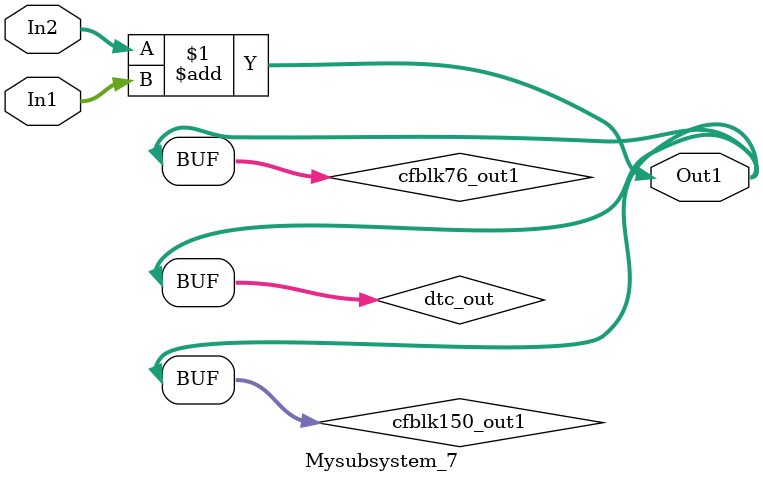
<source format=v>



`timescale 1 ns / 1 ns

module Mysubsystem_7
          (In1,
           In2,
           Out1);


  input   [7:0] In1;  // uint8
  input   [7:0] In2;  // uint8
  output  [7:0] Out1;  // uint8


  wire [7:0] cfblk150_out1;  // uint8
  wire [7:0] dtc_out;  // ufix8
  wire [7:0] cfblk76_out1;  // uint8


  assign cfblk150_out1 = In2 + In1;



  assign dtc_out = cfblk150_out1;



  assign cfblk76_out1 = dtc_out;



  assign Out1 = cfblk76_out1;

endmodule  // Mysubsystem_7


</source>
